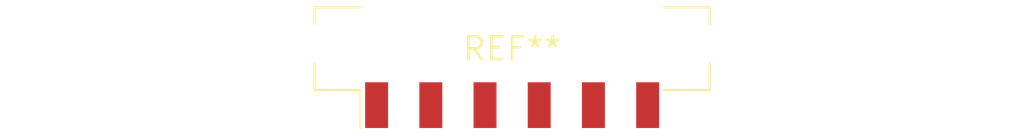
<source format=kicad_pcb>
(kicad_pcb (version 20240108) (generator pcbnew)
  (layers (0 "F.Cu" signal) (31 "B.Cu" signal) (34 "B.Paste" user) (35 "F.Paste" user) (36 "B.SilkS" user "B.Silkscreen") (37 "F.SilkS" user "F.Silkscreen") (38 "B.Mask" user) (39 "F.Mask" user) (44 "Edge.Cuts" user))
  (net 0 "")
  (footprint "Molex_Micro-Fit_3.0_43650-0621_1x06_P3.00mm_Vertical" (layer "F.Cu") (at 0 0)
    (property "Reference" "REF**")
    (property "Value" "Molex_Micro-Fit_3.0_43650-0621_1x06_P3.00mm_Vertical")
    (fp_line (start -10.935 -2.295) (end -9.515 -2.295) (layer "F.SilkS") (stroke (width 0.12)))
    (fp_line (start -10.935 -1.37) (end -10.935 -2.295) (layer "F.SilkS") (stroke (width 0.12)))
    (fp_line (start -10.935 0.8) (end -10.935 2.295) (layer "F.SilkS") (stroke (width 0.12)))
    (fp_line (start -10.935 2.295) (end -8.395 2.295) (layer "F.SilkS") (stroke (width 0.12)))
    (fp_line (start -9.515 -2.295) (end -9.515 -2.295) (layer "F.SilkS") (stroke (width 0.12)))
    (fp_line (start -9.515 -2.295) (end -8.395 -2.295) (layer "F.SilkS") (stroke (width 0.12)))
    (fp_line (start -8.395 2.295) (end -8.395 4.405) (layer "F.SilkS") (stroke (width 0.12)))
    (fp_line (start 9.515 -2.295) (end 8.395 -2.295) (layer "F.SilkS") (stroke (width 0.12)))
    (fp_line (start 9.515 -2.295) (end 9.515 -2.295) (layer "F.SilkS") (stroke (width 0.12)))
    (fp_line (start 10.935 -2.295) (end 9.515 -2.295) (layer "F.SilkS") (stroke (width 0.12)))
    (fp_line (start 10.935 -1.37) (end 10.935 -2.295) (layer "F.SilkS") (stroke (width 0.12)))
    (fp_line (start 10.935 0.8) (end 10.935 2.295) (layer "F.SilkS") (stroke (width 0.12)))
    (fp_line (start 10.935 2.295) (end 8.395 2.295) (layer "F.SilkS") (stroke (width 0.12)))
    (pad "" np_thru_hole circle (at -9.65 -0.285) (size 2.41 2.41) (drill 2.41) (layers *.Cu *.Mask))
    (pad "" np_thru_hole circle (at 9.65 -0.285) (size 2.41 2.41) (drill 2.41) (layers *.Cu *.Mask))
    (pad "1" smd rect (at -7.5 3.135) (size 1.27 2.54) (layers "F.Cu" "F.Paste" "F.Mask"))
    (pad "2" smd rect (at -4.5 3.135) (size 1.27 2.54) (layers "F.Cu" "F.Paste" "F.Mask"))
    (pad "3" smd rect (at -1.5 3.135) (size 1.27 2.54) (layers "F.Cu" "F.Paste" "F.Mask"))
    (pad "4" smd rect (at 1.5 3.135) (size 1.27 2.54) (layers "F.Cu" "F.Paste" "F.Mask"))
    (pad "5" smd rect (at 4.5 3.135) (size 1.27 2.54) (layers "F.Cu" "F.Paste" "F.Mask"))
    (pad "6" smd rect (at 7.5 3.135) (size 1.27 2.54) (layers "F.Cu" "F.Paste" "F.Mask"))
  )
)
</source>
